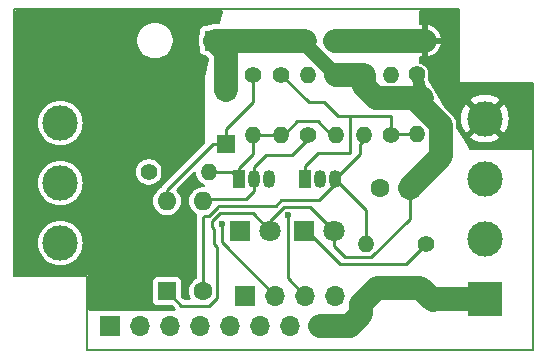
<source format=gtl>
G04 #@! TF.GenerationSoftware,KiCad,Pcbnew,7.0.1-3b83917a11~172~ubuntu20.04.1*
G04 #@! TF.CreationDate,2023-03-26T00:43:28+01:00*
G04 #@! TF.ProjectId,C64Saver2,43363453-6176-4657-9232-2e6b69636164,rev?*
G04 #@! TF.SameCoordinates,Original*
G04 #@! TF.FileFunction,Copper,L1,Top*
G04 #@! TF.FilePolarity,Positive*
%FSLAX46Y46*%
G04 Gerber Fmt 4.6, Leading zero omitted, Abs format (unit mm)*
G04 Created by KiCad (PCBNEW 7.0.1-3b83917a11~172~ubuntu20.04.1) date 2023-03-26 00:43:28*
%MOMM*%
%LPD*%
G01*
G04 APERTURE LIST*
G04 #@! TA.AperFunction,ComponentPad*
%ADD10R,1.600000X1.600000*%
G04 #@! TD*
G04 #@! TA.AperFunction,ComponentPad*
%ADD11O,1.600000X1.600000*%
G04 #@! TD*
G04 #@! TA.AperFunction,ComponentPad*
%ADD12R,1.050000X1.500000*%
G04 #@! TD*
G04 #@! TA.AperFunction,ComponentPad*
%ADD13O,1.050000X1.500000*%
G04 #@! TD*
G04 #@! TA.AperFunction,ComponentPad*
%ADD14C,1.400000*%
G04 #@! TD*
G04 #@! TA.AperFunction,ComponentPad*
%ADD15O,1.400000X1.400000*%
G04 #@! TD*
G04 #@! TA.AperFunction,ComponentPad*
%ADD16C,1.600000*%
G04 #@! TD*
G04 #@! TA.AperFunction,ComponentPad*
%ADD17C,3.000000*%
G04 #@! TD*
G04 #@! TA.AperFunction,ComponentPad*
%ADD18R,3.000000X3.000000*%
G04 #@! TD*
G04 #@! TA.AperFunction,SMDPad,CuDef*
%ADD19R,1.600000X1.500000*%
G04 #@! TD*
G04 #@! TA.AperFunction,SMDPad,CuDef*
%ADD20R,3.200000X3.100000*%
G04 #@! TD*
G04 #@! TA.AperFunction,SMDPad,CuDef*
%ADD21R,6.700000X6.500000*%
G04 #@! TD*
G04 #@! TA.AperFunction,ComponentPad*
%ADD22O,1.700000X1.700000*%
G04 #@! TD*
G04 #@! TA.AperFunction,ComponentPad*
%ADD23R,1.700000X1.700000*%
G04 #@! TD*
G04 #@! TA.AperFunction,ComponentPad*
%ADD24C,1.800000*%
G04 #@! TD*
G04 #@! TA.AperFunction,ComponentPad*
%ADD25R,1.800000X1.800000*%
G04 #@! TD*
G04 #@! TA.AperFunction,ViaPad*
%ADD26C,0.600000*%
G04 #@! TD*
G04 #@! TA.AperFunction,Conductor*
%ADD27C,2.000000*%
G04 #@! TD*
G04 #@! TA.AperFunction,Conductor*
%ADD28C,1.000000*%
G04 #@! TD*
G04 #@! TA.AperFunction,Conductor*
%ADD29C,1.270000*%
G04 #@! TD*
G04 #@! TA.AperFunction,Conductor*
%ADD30C,0.254000*%
G04 #@! TD*
G04 #@! TA.AperFunction,Profile*
%ADD31C,0.150000*%
G04 #@! TD*
G04 APERTURE END LIST*
D10*
X153416000Y-107569000D03*
D11*
X153416000Y-99949000D03*
D12*
X165100000Y-98044000D03*
D13*
X166370000Y-98044000D03*
X167640000Y-98044000D03*
D14*
X160705800Y-89245600D03*
D15*
X160705800Y-94325600D03*
D14*
X167690800Y-89255600D03*
D15*
X167690800Y-94335600D03*
D14*
X163093400Y-89245600D03*
D15*
X163093400Y-94325600D03*
D14*
X170103800Y-89245600D03*
D15*
X170103800Y-94325600D03*
D16*
X156464000Y-107569000D03*
D11*
X156464000Y-99949000D03*
D15*
X165379400Y-89281000D03*
D14*
X165379400Y-94361000D03*
D15*
X174599600Y-94310200D03*
D14*
X174599600Y-89230200D03*
D15*
X172389800Y-89255600D03*
D14*
X172389800Y-94335600D03*
D17*
X144399000Y-103505000D03*
X144399000Y-98425000D03*
X144399000Y-93345000D03*
D18*
X144399000Y-88265000D03*
D17*
X180340000Y-92964000D03*
X180340000Y-98044000D03*
X180340000Y-103124000D03*
D18*
X180340000Y-108204000D03*
D16*
X171470000Y-98856800D03*
D10*
X173970000Y-98856800D03*
D19*
X158397600Y-90511600D03*
D20*
X150497600Y-91111600D03*
X150497600Y-94511600D03*
D21*
X152247600Y-92811600D03*
D20*
X153997600Y-91111600D03*
X153997600Y-94511600D03*
D19*
X158397600Y-95111600D03*
D22*
X175260000Y-86360000D03*
X172720000Y-86360000D03*
X170180000Y-86360000D03*
X167640000Y-86360000D03*
X165100000Y-86360000D03*
X162560000Y-86360000D03*
X160020000Y-86360000D03*
D23*
X157480000Y-86360000D03*
D22*
X166370000Y-110490000D03*
X163830000Y-110490000D03*
X161290000Y-110490000D03*
X158750000Y-110490000D03*
X156210000Y-110490000D03*
X153670000Y-110490000D03*
X151130000Y-110490000D03*
D23*
X148590000Y-110490000D03*
D22*
X167640000Y-107950000D03*
X165100000Y-107950000D03*
X162560000Y-107950000D03*
D23*
X160020000Y-107950000D03*
D13*
X162072000Y-98094800D03*
X160802000Y-98094800D03*
D12*
X159532000Y-98094800D03*
D24*
X167538400Y-102463600D03*
D25*
X164998400Y-102463600D03*
D15*
X156946600Y-97485200D03*
D14*
X151866600Y-97485200D03*
D24*
X162153600Y-102463600D03*
D25*
X159613600Y-102463600D03*
D15*
X170230800Y-103581200D03*
D14*
X175310800Y-103581200D03*
D26*
X163646451Y-101169716D03*
X158046218Y-101912218D03*
D27*
X166370000Y-110490000D02*
X168910000Y-110490000D01*
X169849959Y-109550041D02*
X169849959Y-108638619D01*
X168910000Y-110490000D02*
X169849959Y-109550041D01*
X169849959Y-108638619D02*
X171175959Y-107312619D01*
X174876619Y-107312619D02*
X175920400Y-108356400D01*
X171175959Y-107312619D02*
X174876619Y-107312619D01*
X175920400Y-108356400D02*
X176072800Y-108204000D01*
X176072800Y-108204000D02*
X180340000Y-108204000D01*
D28*
X174599600Y-89230200D02*
X174983028Y-91255600D01*
D27*
X170103800Y-89245600D02*
X167700800Y-89245600D01*
X167700800Y-89245600D02*
X167690800Y-89255600D01*
X171571051Y-91255600D02*
X171123851Y-91255600D01*
X170103800Y-90235549D02*
X170103800Y-89245600D01*
X171123851Y-91255600D02*
X170103800Y-90235549D01*
D29*
X165100000Y-86360000D02*
X165100000Y-86664800D01*
X165100000Y-86664800D02*
X167690800Y-89255600D01*
D30*
X170230800Y-100665600D02*
X167660000Y-98094800D01*
X170230800Y-103581200D02*
X170230800Y-100665600D01*
X170561000Y-94335600D02*
X169768301Y-95128299D01*
X169768301Y-95128299D02*
X169768301Y-95986499D01*
X169768301Y-95986499D02*
X167660000Y-98094800D01*
X167660000Y-98498800D02*
X167660000Y-98094800D01*
X166269085Y-99889715D02*
X167660000Y-98498800D01*
X168910000Y-95885000D02*
X168910000Y-92837000D01*
X166243000Y-95885000D02*
X168910000Y-95885000D01*
X165120000Y-97008000D02*
X166243000Y-95885000D01*
X165120000Y-98094800D02*
X165120000Y-97008000D01*
X168910000Y-92837000D02*
X168783000Y-92710000D01*
X157783465Y-100365998D02*
X162639974Y-100365998D01*
X162639974Y-100365998D02*
X163116257Y-99889715D01*
X160802000Y-99098800D02*
X160802000Y-98094800D01*
X160088303Y-99812497D02*
X160802000Y-99098800D01*
X156473503Y-99812497D02*
X160088303Y-99812497D01*
X156464000Y-99822000D02*
X156473503Y-99812497D01*
X163116257Y-99889715D02*
X166269085Y-99889715D01*
X163322000Y-94325600D02*
X160705800Y-94325600D01*
X168021000Y-94335600D02*
X167303419Y-94335600D01*
X166176419Y-93208600D02*
X164439000Y-93208600D01*
X164439000Y-93208600D02*
X163322000Y-94325600D01*
X167303419Y-94335600D02*
X166176419Y-93208600D01*
X159532000Y-97110560D02*
X159532000Y-98094800D01*
X160705800Y-95936760D02*
X159532000Y-97110560D01*
X160705800Y-94325600D02*
X160705800Y-95936760D01*
X160705800Y-95917000D02*
X160705800Y-94325600D01*
X163982400Y-96062800D02*
X165709600Y-94335600D01*
X161830000Y-96062800D02*
X163982400Y-96062800D01*
X160802000Y-97090800D02*
X161830000Y-96062800D01*
X160802000Y-98094800D02*
X160802000Y-97090800D01*
X168783000Y-92710000D02*
X167894000Y-92710000D01*
X172339000Y-92710000D02*
X168783000Y-92710000D01*
X172389800Y-92760800D02*
X172339000Y-92710000D01*
X172389800Y-94335600D02*
X172389800Y-92760800D01*
X172415200Y-94310200D02*
X172389800Y-94335600D01*
X174599600Y-94310200D02*
X172415200Y-94310200D01*
X157261500Y-102154927D02*
X157261500Y-101669510D01*
X157387598Y-102281025D02*
X157261500Y-102154927D01*
X157343600Y-95111600D02*
X153416000Y-99039200D01*
X153416000Y-99039200D02*
X153416000Y-99949000D01*
X156613232Y-101176000D02*
X156972241Y-101176000D01*
X156464000Y-101325232D02*
X156613232Y-101176000D01*
X160705800Y-91567000D02*
X160705800Y-89245600D01*
X158397600Y-93875200D02*
X160705800Y-91567000D01*
X158397600Y-95111600D02*
X158397600Y-93875200D01*
X158397600Y-95111600D02*
X157343600Y-95111600D01*
X156946600Y-97485200D02*
X158922400Y-97485200D01*
X158922400Y-97485200D02*
X159532000Y-98094800D01*
D27*
X158397600Y-90511600D02*
X158397600Y-87277600D01*
X158397600Y-87277600D02*
X157480000Y-86360000D01*
D30*
X156464000Y-107442000D02*
X156464000Y-101325232D01*
X157691000Y-103863769D02*
X157387598Y-103560367D01*
X157015000Y-108796000D02*
X157691000Y-108120000D01*
X153416000Y-107569000D02*
X154643000Y-108796000D01*
X157387598Y-103560367D02*
X157387598Y-102281025D01*
X157691000Y-108120000D02*
X157691000Y-103863769D01*
X154643000Y-108796000D02*
X157015000Y-108796000D01*
X156972241Y-101176000D02*
X157701242Y-100446999D01*
X157261500Y-101669510D02*
X157930507Y-101000502D01*
X165414800Y-91567000D02*
X163093400Y-89245600D01*
X166751000Y-91567000D02*
X165414800Y-91567000D01*
X167894000Y-92710000D02*
X166751000Y-91567000D01*
X157702463Y-100446999D02*
X157783465Y-100365998D01*
X162919951Y-100868789D02*
X163345524Y-100443216D01*
X167538400Y-103736392D02*
X168510208Y-104708200D01*
X165518016Y-100443216D02*
X167538400Y-102463600D01*
D27*
X160020000Y-86360000D02*
X157480000Y-86360000D01*
X171571051Y-91255600D02*
X174373428Y-91255600D01*
X173827828Y-91255600D02*
X174983028Y-91255600D01*
X174373428Y-91255600D02*
X176661600Y-93543772D01*
D30*
X173970000Y-101467600D02*
X173970000Y-98856800D01*
D27*
X165100000Y-86360000D02*
X162560000Y-86360000D01*
X176661600Y-96165200D02*
X173970000Y-98856800D01*
D30*
X162919951Y-100900359D02*
X162919951Y-100868789D01*
D27*
X171571051Y-91255600D02*
X173827828Y-91255600D01*
D30*
X163345524Y-100443216D02*
X165518016Y-100443216D01*
D27*
X176661600Y-93543772D02*
X176661600Y-96165200D01*
D30*
X157930507Y-101000502D02*
X160690502Y-101000502D01*
X162153600Y-102463600D02*
X162153600Y-101666710D01*
X162153600Y-101666710D02*
X162919951Y-100900359D01*
X168510208Y-104708200D02*
X170729400Y-104708200D01*
D27*
X160020000Y-86360000D02*
X162560000Y-86360000D01*
D30*
X167538400Y-102463600D02*
X167538400Y-103736392D01*
X160690502Y-101000502D02*
X162153600Y-102463600D01*
X170729400Y-104708200D02*
X173970000Y-101467600D01*
X165100000Y-107950000D02*
X163646451Y-106496451D01*
X163646451Y-106496451D02*
X163646451Y-101169716D01*
D27*
X175260000Y-86360000D02*
X167640000Y-86360000D01*
D30*
X162560000Y-107950000D02*
X158046218Y-103436218D01*
X158046218Y-103436218D02*
X158046218Y-101912218D01*
X157701242Y-100446999D02*
X157702463Y-100446999D01*
X165241870Y-102463600D02*
X168039971Y-105261701D01*
X164998400Y-102463600D02*
X165241870Y-102463600D01*
X168039971Y-105261701D02*
X173630299Y-105261701D01*
X173630299Y-105261701D02*
X175310800Y-103581200D01*
G04 #@! TA.AperFunction,Conductor*
G36*
X158110788Y-83781711D02*
G01*
X158155176Y-83818572D01*
X158178479Y-83871355D01*
X158175809Y-83928992D01*
X157903147Y-84886994D01*
X157877642Y-84934483D01*
X157834622Y-84966968D01*
X157781962Y-84978500D01*
X157496005Y-84978500D01*
X157493332Y-84978472D01*
X157467696Y-84977927D01*
X157391766Y-84976316D01*
X157391764Y-84976316D01*
X157322969Y-84986613D01*
X157315004Y-84987547D01*
X157245680Y-84993447D01*
X157209375Y-85002900D01*
X157196285Y-85005576D01*
X157159189Y-85011129D01*
X157093118Y-85032907D01*
X157085427Y-85035174D01*
X157018105Y-85052704D01*
X157018102Y-85052705D01*
X157018103Y-85052705D01*
X156983912Y-85068159D01*
X156971468Y-85073007D01*
X156935844Y-85084749D01*
X156881183Y-85113780D01*
X156822084Y-85128500D01*
X156593794Y-85128500D01*
X156556716Y-85133901D01*
X156519637Y-85139304D01*
X156405252Y-85195224D01*
X156315224Y-85285252D01*
X156259304Y-85399637D01*
X156248500Y-85473796D01*
X156248500Y-85700283D01*
X156238389Y-85749737D01*
X156228188Y-85773642D01*
X156224808Y-85780913D01*
X156193484Y-85843039D01*
X156182503Y-85878897D01*
X156177919Y-85891447D01*
X156163195Y-85925953D01*
X156147095Y-85993647D01*
X156144992Y-86001386D01*
X156124624Y-86067893D01*
X156119859Y-86105102D01*
X156117462Y-86118245D01*
X156108782Y-86154744D01*
X156104354Y-86224164D01*
X156103590Y-86232146D01*
X156094753Y-86301158D01*
X156096345Y-86338622D01*
X156096204Y-86351986D01*
X156093817Y-86389430D01*
X156101187Y-86458613D01*
X156101782Y-86466611D01*
X156104734Y-86536105D01*
X156112637Y-86572777D01*
X156114755Y-86585969D01*
X156118730Y-86623273D01*
X156137681Y-86690198D01*
X156139619Y-86697978D01*
X156154279Y-86765995D01*
X156168262Y-86800794D01*
X156172579Y-86813440D01*
X156182801Y-86849536D01*
X156212802Y-86912321D01*
X156216027Y-86919663D01*
X156239413Y-86977859D01*
X156248500Y-87024841D01*
X156248500Y-87246204D01*
X156259304Y-87320362D01*
X156315224Y-87434747D01*
X156405252Y-87524775D01*
X156405253Y-87524775D01*
X156405254Y-87524776D01*
X156519639Y-87580696D01*
X156593794Y-87591500D01*
X156705574Y-87591500D01*
X156753792Y-87601091D01*
X156794669Y-87628405D01*
X156979195Y-87812931D01*
X157006509Y-87853808D01*
X157016100Y-87902026D01*
X157016100Y-87986068D01*
X157011287Y-88020560D01*
X156616400Y-89407999D01*
X156616400Y-95067481D01*
X156606809Y-95115699D01*
X156579495Y-95156576D01*
X153104670Y-98631400D01*
X153083701Y-98648300D01*
X153079577Y-98650949D01*
X153046543Y-98689073D01*
X153040424Y-98695646D01*
X153030723Y-98705348D01*
X153022504Y-98716327D01*
X153016865Y-98723323D01*
X152983823Y-98761457D01*
X152981786Y-98765917D01*
X152968050Y-98789069D01*
X152965110Y-98792995D01*
X152957147Y-98814345D01*
X152928751Y-98858836D01*
X152896574Y-98879950D01*
X152897030Y-98880687D01*
X152700937Y-99002102D01*
X152539119Y-99149619D01*
X152407165Y-99324355D01*
X152309564Y-99520362D01*
X152249641Y-99730967D01*
X152229438Y-99949000D01*
X152249641Y-100167032D01*
X152290691Y-100311306D01*
X152309564Y-100377636D01*
X152407165Y-100573644D01*
X152539120Y-100748382D01*
X152700937Y-100895897D01*
X152835357Y-100979126D01*
X152881021Y-101007401D01*
X152887104Y-101011167D01*
X153091282Y-101090266D01*
X153306518Y-101130500D01*
X153525480Y-101130500D01*
X153525482Y-101130500D01*
X153740718Y-101090266D01*
X153944896Y-101011167D01*
X154131063Y-100895897D01*
X154292880Y-100748382D01*
X154424835Y-100573644D01*
X154522436Y-100377636D01*
X154582359Y-100167030D01*
X154602562Y-99949000D01*
X154582359Y-99730970D01*
X154522436Y-99520364D01*
X154424835Y-99324356D01*
X154292880Y-99149618D01*
X154250112Y-99110630D01*
X154214355Y-99053861D01*
X154212805Y-98986784D01*
X154245902Y-98928424D01*
X155656146Y-97518180D01*
X155717810Y-97484299D01*
X155788029Y-97488766D01*
X155844905Y-97530189D01*
X155870702Y-97595651D01*
X155878960Y-97684778D01*
X155933811Y-97877559D01*
X156023149Y-98056973D01*
X156023151Y-98056975D01*
X156143938Y-98216923D01*
X156292059Y-98351953D01*
X156373965Y-98402667D01*
X156462470Y-98457467D01*
X156535917Y-98485921D01*
X156578113Y-98512955D01*
X156606434Y-98554299D01*
X156616400Y-98603412D01*
X156616400Y-98641500D01*
X156599519Y-98704500D01*
X156553400Y-98750619D01*
X156490400Y-98767500D01*
X156354518Y-98767500D01*
X156139281Y-98807734D01*
X156139282Y-98807734D01*
X155935102Y-98886833D01*
X155748938Y-99002102D01*
X155587119Y-99149619D01*
X155455165Y-99324355D01*
X155357564Y-99520362D01*
X155297641Y-99730967D01*
X155277438Y-99949000D01*
X155297641Y-100167032D01*
X155338691Y-100311306D01*
X155357564Y-100377636D01*
X155455165Y-100573644D01*
X155587120Y-100748382D01*
X155748937Y-100895897D01*
X155853905Y-100960890D01*
X155929021Y-101007401D01*
X155971096Y-101050309D01*
X155988512Y-101107825D01*
X155977306Y-101166866D01*
X155971080Y-101180499D01*
X155970382Y-101185353D01*
X155963725Y-101211430D01*
X155962010Y-101216026D01*
X155958410Y-101266364D01*
X155957450Y-101275297D01*
X155955500Y-101288866D01*
X155955500Y-101302571D01*
X155955179Y-101311559D01*
X155951580Y-101361882D01*
X155952621Y-101366668D01*
X155955500Y-101393448D01*
X155955500Y-106424023D01*
X155939576Y-106485335D01*
X155895831Y-106531150D01*
X155748937Y-106622102D01*
X155587119Y-106769619D01*
X155455165Y-106944355D01*
X155357564Y-107140362D01*
X155297641Y-107350967D01*
X155277438Y-107569000D01*
X155297641Y-107787032D01*
X155312940Y-107840800D01*
X155357564Y-107997636D01*
X155392739Y-108068277D01*
X155411193Y-108105336D01*
X155424269Y-108167318D01*
X155405531Y-108227830D01*
X155359715Y-108271576D01*
X155298403Y-108287500D01*
X154905818Y-108287500D01*
X154857600Y-108277909D01*
X154816723Y-108250595D01*
X154634405Y-108068277D01*
X154607091Y-108027400D01*
X154597500Y-107979182D01*
X154597500Y-106732796D01*
X154593434Y-106704888D01*
X154586696Y-106658639D01*
X154530776Y-106544254D01*
X154530775Y-106544253D01*
X154530775Y-106544252D01*
X154440747Y-106454224D01*
X154326362Y-106398304D01*
X154301642Y-106394702D01*
X154252206Y-106387500D01*
X152579794Y-106387500D01*
X152542716Y-106392902D01*
X152505637Y-106398304D01*
X152391252Y-106454224D01*
X152301224Y-106544252D01*
X152245304Y-106658637D01*
X152234500Y-106732796D01*
X152234500Y-108405204D01*
X152245304Y-108479362D01*
X152301224Y-108593747D01*
X152391252Y-108683775D01*
X152391253Y-108683775D01*
X152391254Y-108683776D01*
X152505639Y-108739696D01*
X152579794Y-108750500D01*
X153826182Y-108750500D01*
X153874400Y-108760091D01*
X153915277Y-108787405D01*
X154132777Y-109004905D01*
X154163515Y-109055064D01*
X154168131Y-109113711D01*
X154145618Y-109168061D01*
X154100885Y-109206267D01*
X154043682Y-109220000D01*
X146886500Y-109220000D01*
X146823500Y-109203119D01*
X146777381Y-109157000D01*
X146760500Y-109094000D01*
X146760500Y-106344530D01*
X146762414Y-106322650D01*
X146764124Y-106312952D01*
X146762414Y-106303254D01*
X146760871Y-106285619D01*
X146756290Y-106268522D01*
X146754581Y-106258829D01*
X146754581Y-106258828D01*
X146754579Y-106258827D01*
X146751062Y-106252735D01*
X146746549Y-106247355D01*
X146738016Y-106242429D01*
X146720025Y-106229831D01*
X146712479Y-106223499D01*
X146705881Y-106221097D01*
X146698952Y-106219875D01*
X146689254Y-106221586D01*
X146667375Y-106223500D01*
X140663500Y-106223500D01*
X140600500Y-106206619D01*
X140554381Y-106160500D01*
X140537500Y-106097500D01*
X140537500Y-103504999D01*
X142512693Y-103504999D01*
X142531894Y-103773453D01*
X142589100Y-104036426D01*
X142589103Y-104036434D01*
X142683156Y-104288600D01*
X142683157Y-104288601D01*
X142812139Y-104524816D01*
X142973426Y-104740270D01*
X143163729Y-104930573D01*
X143163732Y-104930575D01*
X143379186Y-105091862D01*
X143615400Y-105220844D01*
X143867566Y-105314897D01*
X143867569Y-105314897D01*
X143867573Y-105314899D01*
X144130546Y-105372105D01*
X144130551Y-105372106D01*
X144399000Y-105391306D01*
X144667449Y-105372106D01*
X144755110Y-105353036D01*
X144930426Y-105314899D01*
X144930427Y-105314898D01*
X144930434Y-105314897D01*
X145182600Y-105220844D01*
X145418814Y-105091862D01*
X145634268Y-104930575D01*
X145824575Y-104740268D01*
X145985862Y-104524814D01*
X146114844Y-104288600D01*
X146208897Y-104036434D01*
X146228001Y-103948617D01*
X146266105Y-103773453D01*
X146266104Y-103773453D01*
X146266106Y-103773449D01*
X146285306Y-103505000D01*
X146266106Y-103236551D01*
X146208897Y-102973566D01*
X146114844Y-102721400D01*
X145985862Y-102485186D01*
X145824575Y-102269732D01*
X145824573Y-102269729D01*
X145634270Y-102079426D01*
X145418816Y-101918139D01*
X145378983Y-101896388D01*
X145182600Y-101789156D01*
X144930434Y-101695103D01*
X144930426Y-101695100D01*
X144667453Y-101637894D01*
X144399000Y-101618693D01*
X144130546Y-101637894D01*
X143867573Y-101695100D01*
X143715001Y-101752006D01*
X143615400Y-101789156D01*
X143615398Y-101789156D01*
X143615398Y-101789157D01*
X143379183Y-101918139D01*
X143163729Y-102079426D01*
X142973426Y-102269729D01*
X142812139Y-102485183D01*
X142683157Y-102721398D01*
X142589100Y-102973573D01*
X142531894Y-103236546D01*
X142512693Y-103504999D01*
X140537500Y-103504999D01*
X140537500Y-98425000D01*
X142512693Y-98425000D01*
X142531894Y-98693453D01*
X142589100Y-98956426D01*
X142589103Y-98956434D01*
X142683156Y-99208600D01*
X142743754Y-99319578D01*
X142812139Y-99444816D01*
X142973426Y-99660270D01*
X143163729Y-99850573D01*
X143193793Y-99873079D01*
X143379186Y-100011862D01*
X143615400Y-100140844D01*
X143867566Y-100234897D01*
X143867569Y-100234897D01*
X143867573Y-100234899D01*
X144130546Y-100292105D01*
X144130551Y-100292106D01*
X144399000Y-100311306D01*
X144667449Y-100292106D01*
X144755110Y-100273036D01*
X144930426Y-100234899D01*
X144930427Y-100234898D01*
X144930434Y-100234897D01*
X145182600Y-100140844D01*
X145418814Y-100011862D01*
X145634268Y-99850575D01*
X145824575Y-99660268D01*
X145985862Y-99444814D01*
X146114844Y-99208600D01*
X146208897Y-98956434D01*
X146266106Y-98693449D01*
X146285306Y-98425000D01*
X146266106Y-98156551D01*
X146266105Y-98156546D01*
X146208899Y-97893573D01*
X146208897Y-97893569D01*
X146208897Y-97893566D01*
X146114844Y-97641400D01*
X146029553Y-97485200D01*
X150780467Y-97485200D01*
X150798960Y-97684778D01*
X150853811Y-97877559D01*
X150943149Y-98056973D01*
X150943151Y-98056975D01*
X151063938Y-98216923D01*
X151212059Y-98351953D01*
X151288473Y-98399266D01*
X151382471Y-98457468D01*
X151569360Y-98529869D01*
X151569361Y-98529869D01*
X151569366Y-98529871D01*
X151766384Y-98566700D01*
X151966814Y-98566700D01*
X151966816Y-98566700D01*
X152163834Y-98529871D01*
X152207499Y-98512955D01*
X152350728Y-98457468D01*
X152368312Y-98446580D01*
X152521141Y-98351953D01*
X152669262Y-98216923D01*
X152790049Y-98056975D01*
X152825590Y-97985600D01*
X152879388Y-97877559D01*
X152887629Y-97848596D01*
X152934240Y-97684776D01*
X152952733Y-97485200D01*
X152934240Y-97285624D01*
X152879389Y-97092844D01*
X152879388Y-97092840D01*
X152790050Y-96913426D01*
X152760476Y-96874264D01*
X152669262Y-96753477D01*
X152521141Y-96618447D01*
X152491724Y-96600233D01*
X152350728Y-96512931D01*
X152163839Y-96440530D01*
X152163834Y-96440529D01*
X151966816Y-96403700D01*
X151766384Y-96403700D01*
X151617713Y-96431491D01*
X151569360Y-96440530D01*
X151382471Y-96512931D01*
X151212060Y-96618446D01*
X151063937Y-96753478D01*
X150943149Y-96913426D01*
X150853811Y-97092840D01*
X150798960Y-97285621D01*
X150780467Y-97485200D01*
X146029553Y-97485200D01*
X145985862Y-97405186D01*
X145824575Y-97189732D01*
X145824573Y-97189729D01*
X145634270Y-96999426D01*
X145418816Y-96838139D01*
X145263768Y-96753477D01*
X145182600Y-96709156D01*
X144930434Y-96615103D01*
X144930426Y-96615100D01*
X144667453Y-96557894D01*
X144399000Y-96538693D01*
X144130546Y-96557894D01*
X143867573Y-96615100D01*
X143715001Y-96672006D01*
X143615400Y-96709156D01*
X143615398Y-96709156D01*
X143615398Y-96709157D01*
X143379183Y-96838139D01*
X143163729Y-96999426D01*
X142973426Y-97189729D01*
X142812139Y-97405183D01*
X142683157Y-97641398D01*
X142589100Y-97893573D01*
X142531894Y-98156546D01*
X142512693Y-98425000D01*
X140537500Y-98425000D01*
X140537500Y-93345000D01*
X142512693Y-93345000D01*
X142531894Y-93613453D01*
X142589100Y-93876426D01*
X142589103Y-93876434D01*
X142683156Y-94128600D01*
X142683157Y-94128601D01*
X142812139Y-94364816D01*
X142973426Y-94580270D01*
X143163729Y-94770573D01*
X143163732Y-94770575D01*
X143379186Y-94931862D01*
X143615400Y-95060844D01*
X143867566Y-95154897D01*
X143867569Y-95154897D01*
X143867573Y-95154899D01*
X144130546Y-95212105D01*
X144130551Y-95212106D01*
X144399000Y-95231306D01*
X144667449Y-95212106D01*
X144755110Y-95193036D01*
X144930426Y-95154899D01*
X144930427Y-95154898D01*
X144930434Y-95154897D01*
X145182600Y-95060844D01*
X145418814Y-94931862D01*
X145634268Y-94770575D01*
X145824575Y-94580268D01*
X145985862Y-94364814D01*
X146114844Y-94128600D01*
X146208897Y-93876434D01*
X146213117Y-93857038D01*
X146266105Y-93613453D01*
X146266104Y-93613453D01*
X146266106Y-93613449D01*
X146285306Y-93345000D01*
X146266106Y-93076551D01*
X146208897Y-92813566D01*
X146114844Y-92561400D01*
X145985862Y-92325186D01*
X145824575Y-92109732D01*
X145824573Y-92109729D01*
X145634270Y-91919426D01*
X145418816Y-91758139D01*
X145268755Y-91676200D01*
X145182600Y-91629156D01*
X144930434Y-91535103D01*
X144930426Y-91535100D01*
X144667453Y-91477894D01*
X144399000Y-91458693D01*
X144130546Y-91477894D01*
X143867573Y-91535100D01*
X143715001Y-91592006D01*
X143615400Y-91629156D01*
X143615398Y-91629156D01*
X143615398Y-91629157D01*
X143379183Y-91758139D01*
X143163729Y-91919426D01*
X142973426Y-92109729D01*
X142812139Y-92325183D01*
X142683157Y-92561398D01*
X142589100Y-92813573D01*
X142531894Y-93076546D01*
X142512693Y-93345000D01*
X140537500Y-93345000D01*
X140537500Y-86481795D01*
X150904580Y-86481795D01*
X150945509Y-86727074D01*
X150945510Y-86727076D01*
X151026250Y-86962266D01*
X151026251Y-86962269D01*
X151026252Y-86962270D01*
X151144606Y-87180969D01*
X151195382Y-87246206D01*
X151297342Y-87377204D01*
X151480297Y-87545626D01*
X151688469Y-87681631D01*
X151688471Y-87681632D01*
X151688473Y-87681633D01*
X151916199Y-87781523D01*
X152157259Y-87842568D01*
X152343013Y-87857960D01*
X152467142Y-87857960D01*
X152467147Y-87857960D01*
X152652901Y-87842568D01*
X152893961Y-87781523D01*
X153121687Y-87681633D01*
X153329865Y-87545624D01*
X153512818Y-87377204D01*
X153665554Y-87180969D01*
X153783908Y-86962270D01*
X153864651Y-86727074D01*
X153905580Y-86481795D01*
X153905580Y-86233125D01*
X153864651Y-85987846D01*
X153783908Y-85752650D01*
X153665554Y-85533951D01*
X153512818Y-85337716D01*
X153455827Y-85285252D01*
X153329862Y-85169293D01*
X153121690Y-85033288D01*
X152970495Y-84966968D01*
X152893961Y-84933397D01*
X152893959Y-84933396D01*
X152893956Y-84933395D01*
X152652905Y-84872353D01*
X152652904Y-84872352D01*
X152652901Y-84872352D01*
X152467147Y-84856960D01*
X152343013Y-84856960D01*
X152157259Y-84872352D01*
X152157255Y-84872352D01*
X152157254Y-84872353D01*
X151916203Y-84933395D01*
X151688469Y-85033288D01*
X151480297Y-85169293D01*
X151297342Y-85337715D01*
X151144607Y-85533949D01*
X151026250Y-85752653D01*
X150966757Y-85925953D01*
X150945509Y-85987846D01*
X150904580Y-86233125D01*
X150904580Y-86481795D01*
X140537500Y-86481795D01*
X140537500Y-83894500D01*
X140554381Y-83831500D01*
X140600500Y-83785381D01*
X140663500Y-83768500D01*
X158054623Y-83768500D01*
X158110788Y-83781711D01*
G37*
G04 #@! TD.AperFunction*
G04 #@! TA.AperFunction,Conductor*
G36*
X178042500Y-83785381D02*
G01*
X178088619Y-83831500D01*
X178105500Y-83894500D01*
X178105500Y-89870470D01*
X178103586Y-89892350D01*
X178101875Y-89902047D01*
X178103586Y-89911746D01*
X178105128Y-89929373D01*
X178109707Y-89946467D01*
X178111418Y-89956171D01*
X178114935Y-89962262D01*
X178119452Y-89967645D01*
X178127982Y-89972570D01*
X178145972Y-89985167D01*
X178153518Y-89991499D01*
X178153519Y-89991499D01*
X178153520Y-89991500D01*
X178153521Y-89991500D01*
X178160123Y-89993903D01*
X178167047Y-89995124D01*
X178167047Y-89995123D01*
X178167048Y-89995124D01*
X178176746Y-89993413D01*
X178198625Y-89991500D01*
X184202500Y-89991500D01*
X184265500Y-90008381D01*
X184311619Y-90054500D01*
X184328500Y-90117500D01*
X184328500Y-95505000D01*
X184311619Y-95568000D01*
X184265500Y-95614119D01*
X184202500Y-95631000D01*
X179141555Y-95631000D01*
X179079333Y-95614565D01*
X179033344Y-95569547D01*
X178459974Y-94608310D01*
X178426680Y-94552494D01*
X179110715Y-94552494D01*
X179179321Y-94608310D01*
X179414026Y-94751036D01*
X179665989Y-94860480D01*
X179930513Y-94934596D01*
X180202645Y-94972000D01*
X180477355Y-94972000D01*
X180749486Y-94934596D01*
X181014010Y-94860480D01*
X181265970Y-94751038D01*
X181500681Y-94608307D01*
X181569283Y-94552493D01*
X181569283Y-94552492D01*
X180340001Y-93323210D01*
X180339999Y-93323210D01*
X179110715Y-94552492D01*
X179110715Y-94552494D01*
X178426680Y-94552494D01*
X177933888Y-93726342D01*
X177916100Y-93661797D01*
X177916100Y-93621297D01*
X177916892Y-93607192D01*
X177917779Y-93599317D01*
X177920853Y-93572034D01*
X177916385Y-93505763D01*
X177916100Y-93497288D01*
X177916100Y-93487432D01*
X177912436Y-93446724D01*
X177912214Y-93443904D01*
X177905663Y-93346735D01*
X177905663Y-93346732D01*
X177904623Y-93342606D01*
X177901310Y-93323106D01*
X177900929Y-93318867D01*
X177874993Y-93224892D01*
X177874289Y-93222223D01*
X177850488Y-93127762D01*
X177848723Y-93123877D01*
X177841988Y-93105300D01*
X177840854Y-93101190D01*
X177798582Y-93013412D01*
X177797384Y-93010851D01*
X177776104Y-92964000D01*
X178327308Y-92964000D01*
X178346053Y-93238056D01*
X178401945Y-93507020D01*
X178493936Y-93765860D01*
X178620318Y-94009765D01*
X178750540Y-94194248D01*
X178750541Y-94194248D01*
X179980790Y-92964001D01*
X180699210Y-92964001D01*
X181929457Y-94194247D01*
X182059683Y-94009761D01*
X182186063Y-93765860D01*
X182278054Y-93507020D01*
X182333946Y-93238056D01*
X182352691Y-92964000D01*
X182333946Y-92689943D01*
X182278054Y-92420979D01*
X182186063Y-92162139D01*
X182059683Y-91918238D01*
X181929457Y-91733750D01*
X180699210Y-92963999D01*
X180699210Y-92964001D01*
X179980790Y-92964001D01*
X179980790Y-92963999D01*
X178750541Y-91733750D01*
X178620316Y-91918240D01*
X178493936Y-92162139D01*
X178401945Y-92420979D01*
X178346053Y-92689943D01*
X178327308Y-92964000D01*
X177776104Y-92964000D01*
X177757101Y-92922163D01*
X177754675Y-92918662D01*
X177744720Y-92901567D01*
X177742877Y-92897739D01*
X177685600Y-92818903D01*
X177683986Y-92816628D01*
X177628503Y-92736544D01*
X177625499Y-92733540D01*
X177612652Y-92718499D01*
X177610146Y-92715050D01*
X177539698Y-92647695D01*
X177537677Y-92645718D01*
X176933233Y-92041274D01*
X176914117Y-92016726D01*
X176745324Y-91733750D01*
X176531634Y-91375505D01*
X179110714Y-91375505D01*
X180339999Y-92604790D01*
X180340000Y-92604790D01*
X181569283Y-91375504D01*
X181500678Y-91319689D01*
X181265973Y-91176963D01*
X181014010Y-91067519D01*
X180749486Y-90993403D01*
X180477355Y-90956000D01*
X180202645Y-90956000D01*
X179930513Y-90993403D01*
X179665989Y-91067519D01*
X179414026Y-91176963D01*
X179179322Y-91319689D01*
X179110715Y-91375505D01*
X179110714Y-91375505D01*
X176531634Y-91375505D01*
X175509251Y-89661509D01*
X175492393Y-89612252D01*
X175496887Y-89560388D01*
X175540289Y-89417315D01*
X175558718Y-89230200D01*
X175540289Y-89043085D01*
X175540289Y-89043084D01*
X175485710Y-88863162D01*
X175444452Y-88785976D01*
X175397077Y-88697343D01*
X175337438Y-88624672D01*
X175277799Y-88552000D01*
X175189247Y-88479329D01*
X175132457Y-88432723D01*
X175115437Y-88423625D01*
X174966642Y-88344092D01*
X174966639Y-88344091D01*
X174841420Y-88306105D01*
X174794922Y-88280265D01*
X174763231Y-88237534D01*
X174752000Y-88185533D01*
X174752000Y-87797872D01*
X174765971Y-87740205D01*
X174804785Y-87695326D01*
X174859836Y-87673188D01*
X174918914Y-87678700D01*
X174925484Y-87680955D01*
X175006000Y-87694391D01*
X175006000Y-86614000D01*
X175514000Y-86614000D01*
X175514000Y-87694391D01*
X175594514Y-87680955D01*
X175807368Y-87607883D01*
X176005302Y-87500766D01*
X176182903Y-87362533D01*
X176335321Y-87196962D01*
X176458419Y-87008548D01*
X176548822Y-86802451D01*
X176596544Y-86614000D01*
X175514000Y-86614000D01*
X175006000Y-86614000D01*
X175006000Y-85025609D01*
X175514000Y-85025609D01*
X175514000Y-86106000D01*
X176596544Y-86106000D01*
X176596544Y-86105999D01*
X176548822Y-85917548D01*
X176458419Y-85711451D01*
X176335321Y-85523037D01*
X176182903Y-85357466D01*
X176005302Y-85219233D01*
X175807368Y-85112116D01*
X175594514Y-85039044D01*
X175514000Y-85025609D01*
X175006000Y-85025609D01*
X174925484Y-85039044D01*
X174918914Y-85041300D01*
X174859836Y-85046812D01*
X174804785Y-85024674D01*
X174765971Y-84979795D01*
X174752000Y-84922128D01*
X174752000Y-83894500D01*
X174768881Y-83831500D01*
X174815000Y-83785381D01*
X174878000Y-83768500D01*
X177979500Y-83768500D01*
X178042500Y-83785381D01*
G37*
G04 #@! TD.AperFunction*
D31*
X184404000Y-112522000D02*
X146685000Y-112522000D01*
X140462000Y-83693000D02*
X178181000Y-83693000D01*
X140462000Y-106299000D02*
X140462000Y-83693000D01*
X178181000Y-89916000D02*
X184404000Y-89916000D01*
X146685000Y-112522000D02*
X146685000Y-106299000D01*
X146685000Y-106299000D02*
X140462000Y-106299000D01*
X178181000Y-83693000D02*
X178181000Y-89916000D01*
X184404000Y-89916000D02*
X184404000Y-112522000D01*
M02*

</source>
